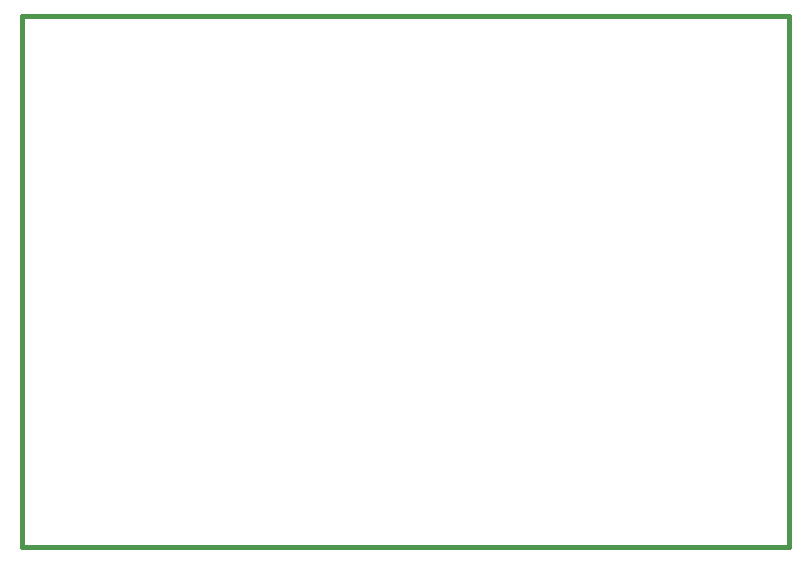
<source format=gbr>
G04 #@! TF.GenerationSoftware,KiCad,Pcbnew,5.1.2*
G04 #@! TF.CreationDate,2019-05-23T10:46:27+02:00*
G04 #@! TF.ProjectId,pcb,7063622e-6b69-4636-9164-5f7063625858,rev?*
G04 #@! TF.SameCoordinates,Original*
G04 #@! TF.FileFunction,Profile,NP*
%FSLAX46Y46*%
G04 Gerber Fmt 4.6, Leading zero omitted, Abs format (unit mm)*
G04 Created by KiCad (PCBNEW 5.1.2) date 2019-05-23 10:46:27*
%MOMM*%
%LPD*%
G04 APERTURE LIST*
%ADD10C,0.400000*%
G04 APERTURE END LIST*
D10*
X90000000Y-85000000D02*
X90000000Y-40000000D01*
X155000000Y-85000000D02*
X90000000Y-85000000D01*
X155000000Y-40000000D02*
X155000000Y-85000000D01*
X90000000Y-40000000D02*
X155000000Y-40000000D01*
M02*

</source>
